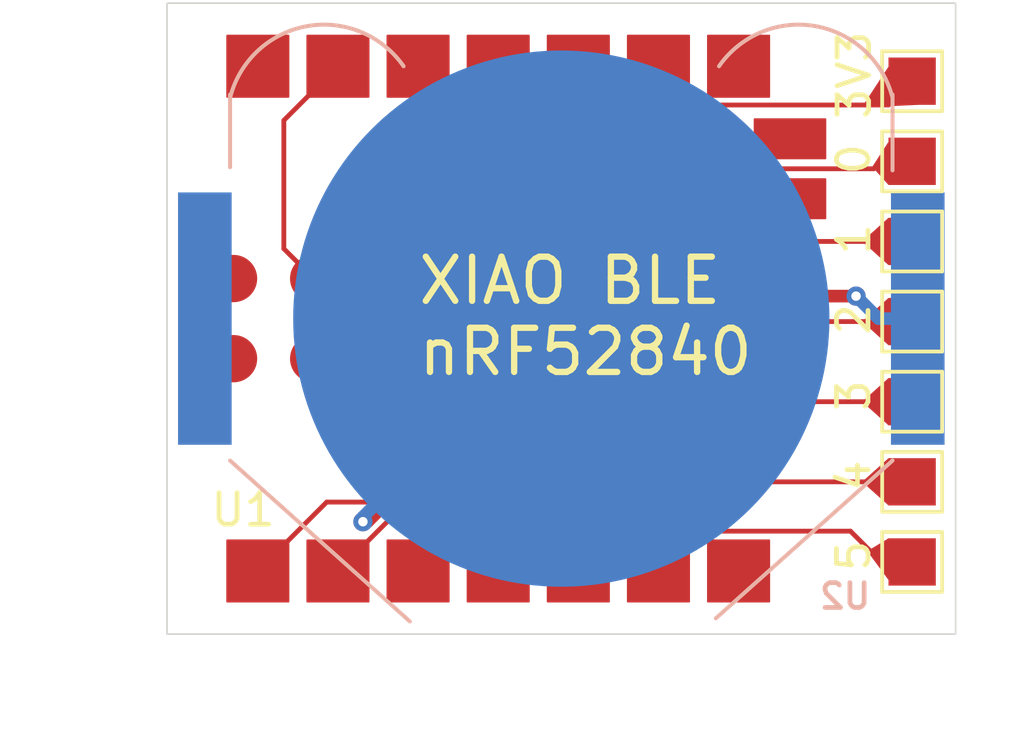
<source format=kicad_pcb>
(kicad_pcb (version 20240108) (generator "pcbnew") (generator_version "8.0")
  (title_block (title "XIAO BLE with CR2032 KEY"))
  (layers (0 "F.Cu" signal) (31 "B.Cu" signal) (34 "B.Paste" user) (35 "F.Paste" user) (36 "B.SilkS" user "B.Silkscreen") (37 "F.SilkS" user "F.Silkscreen") (38 "B.Mask" user) (39 "F.Mask" user) (44 "Edge.Cuts" user))
  (net 0 "")
  (net 1 "GND")
  (net 2 "/3V3")
  (net 4 "VCC")
  (net 8 "Net-(U1-BAT+)")
  (net 9 "Net-(U1-BAT-)")
  (net 16 "Net-(U1-A0{slash}D0)")
  (net 17 "Net-(U1-A1{slash}D1)")
  (net 18 "Net-(U1-A2{slash}D2)")
  (net 19 "Net-(U1-A3{slash}D3)")
  (net 20 "Net-(U1-A4{slash}D4)")
  (net 21 "Net-(U1-A5{slash}D5)")
  (footprint "TestPoint:TestPoint_Pad_1.5x1.5mm" (layer "F.Cu") (at 123.622 95.174)
    (property "Reference" "TP5" (hide yes))
    (property "Value" "TestPoint")
    (fp_line (start -0.95 -0.95) (end 0.95 -0.95) (stroke (width 0.12)) (layer "F.SilkS"))
    (fp_line (start -0.95 0.95) (end -0.95 -0.95) (stroke (width 0.12)) (layer "F.SilkS"))
    (fp_line (start 0.95 -0.95) (end 0.95 0.95) (stroke (width 0.12)) (layer "F.SilkS"))
    (fp_line (start 0.95 0.95) (end -0.95 0.95) (stroke (width 0.12)) (layer "F.SilkS"))
    (pad "1" smd rect (at 0 0) (size 1.5 1.5) (layers "F.Cu" "F.Mask") (net 20 "Net-(U1-A4{slash}D4)"))
  )
  (footprint "TestPoint:TestPoint_Pad_1.5x1.5mm" (layer "F.Cu") (at 123.622 92.634)
    (property "Reference" "TP4" (hide yes))
    (property "Value" "TestPoint")
    (fp_line (start -0.95 -0.95) (end 0.95 -0.95) (stroke (width 0.12)) (layer "F.SilkS"))
    (fp_line (start -0.95 0.95) (end -0.95 -0.95) (stroke (width 0.12)) (layer "F.SilkS"))
    (fp_line (start 0.95 -0.95) (end 0.95 0.95) (stroke (width 0.12)) (layer "F.SilkS"))
    (fp_line (start 0.95 0.95) (end -0.95 0.95) (stroke (width 0.12)) (layer "F.SilkS"))
    (pad "1" smd rect (at 0 0) (size 1.5 1.5) (layers "F.Cu" "F.Mask") (net 19 "Net-(U1-A3{slash}D3)"))
  )
  (footprint "TestPoint:TestPoint_Pad_1.5x1.5mm" (layer "F.Cu") (at 123.622 85.014)
    (property "Reference" "TP1" (hide yes))
    (property "Value" "TestPoint")
    (fp_line (start -0.95 -0.95) (end 0.95 -0.95) (stroke (width 0.12)) (layer "F.SilkS"))
    (fp_line (start -0.95 0.95) (end -0.95 -0.95) (stroke (width 0.12)) (layer "F.SilkS"))
    (fp_line (start 0.95 -0.95) (end 0.95 0.95) (stroke (width 0.12)) (layer "F.SilkS"))
    (fp_line (start 0.95 0.95) (end -0.95 0.95) (stroke (width 0.12)) (layer "F.SilkS"))
    (pad "1" smd rect (at 0 0) (size 1.5 1.5) (layers "F.Cu" "F.Mask") (net 16 "Net-(U1-A0{slash}D0)"))
  )
  (footprint "TestPoint:TestPoint_Pad_1.5x1.5mm" (layer "F.Cu") (at 123.622 97.714)
    (property "Reference" "TP6" (hide yes))
    (property "Value" "TestPoint")
    (fp_line (start -0.95 -0.95) (end 0.95 -0.95) (stroke (width 0.12)) (layer "F.SilkS"))
    (fp_line (start -0.95 0.95) (end -0.95 -0.95) (stroke (width 0.12)) (layer "F.SilkS"))
    (fp_line (start 0.95 -0.95) (end 0.95 0.95) (stroke (width 0.12)) (layer "F.SilkS"))
    (fp_line (start 0.95 0.95) (end -0.95 0.95) (stroke (width 0.12)) (layer "F.SilkS"))
    (pad "1" smd rect (at 0 0) (size 1.5 1.5) (layers "F.Cu" "F.Mask") (net 21 "Net-(U1-A5{slash}D5)"))
  )
  (footprint "TestPoint:TestPoint_Pad_1.5x1.5mm" (layer "F.Cu") (at 123.622 82.474)
    (property "Reference" "TP7" (hide yes))
    (property "Value" "TestPoint")
    (fp_line (start -0.95 -0.95) (end 0.95 -0.95) (stroke (width 0.12)) (layer "F.SilkS"))
    (fp_line (start -0.95 0.95) (end -0.95 -0.95) (stroke (width 0.12)) (layer "F.SilkS"))
    (fp_line (start 0.95 -0.95) (end 0.95 0.95) (stroke (width 0.12)) (layer "F.SilkS"))
    (fp_line (start 0.95 0.95) (end -0.95 0.95) (stroke (width 0.12)) (layer "F.SilkS"))
    (pad "1" smd rect (at 0 0) (size 1.5 1.5) (layers "F.Cu" "F.Mask") (net 2 "/3V3"))
  )
  (footprint "0-My_Parts:XIAO_nRF52840_mini" (layer "F.Cu") (at 110.5 90 90)
    (property "Reference" "U1" (at -6.063 -8.087 180) (layer "F.SilkS"))
    (property "Value" "XIAO_nRF52840")
    (pad "0" smd roundrect (at -8 -7.62 90) (size 2 2) (layers "F.Cu" "F.Paste" "F.Mask") (roundrect_rratio 0.015) (net 16 "Net-(U1-A0{slash}D0)"))
    (pad "1" smd roundrect (at -8 -5.08 90) (size 2 2) (layers "F.Cu" "F.Paste" "F.Mask") (roundrect_rratio 0.015) (net 17 "Net-(U1-A1{slash}D1)"))
    (pad "2" smd roundrect (at -8 -2.54 90) (size 2 2) (layers "F.Cu" "F.Paste" "F.Mask") (roundrect_rratio 0.015) (net 18 "Net-(U1-A2{slash}D2)"))
    (pad "3" smd roundrect (at -8 0 90) (size 2 2) (layers "F.Cu" "F.Paste" "F.Mask") (roundrect_rratio 0.015) (net 19 "Net-(U1-A3{slash}D3)"))
    (pad "3V3" smd roundrect (at 8 -2.54 90) (size 2 2) (layers "F.Cu" "F.Paste" "F.Mask") (roundrect_rratio 0.015) (net 2 "/3V3"))
    (pad "4" smd roundrect (at -8 2.54 90) (size 2 2) (layers "F.Cu" "F.Paste" "F.Mask") (roundrect_rratio 0.015) (net 20 "Net-(U1-A4{slash}D4)"))
    (pad "5" smd roundrect (at -8 5.08 90) (size 2 2) (layers "F.Cu" "F.Paste" "F.Mask") (roundrect_rratio 0.015) (net 21 "Net-(U1-A5{slash}D5)"))
    (pad "6" smd roundrect (at -8 7.62 90) (size 2 2) (layers "F.Cu" "F.Paste" "F.Mask") (roundrect_rratio 0.015))
    (pad "7" smd roundrect (at 8 7.62 90) (size 2 2) (layers "F.Cu" "F.Paste" "F.Mask") (roundrect_rratio 0.015))
    (pad "8" smd roundrect (at 8 5.08 90) (size 2 2) (layers "F.Cu" "F.Paste" "F.Mask") (roundrect_rratio 0.015))
    (pad "9" smd roundrect (at 8 2.54 90) (size 2 2) (layers "F.Cu" "F.Paste" "F.Mask") (roundrect_rratio 0.015))
    (pad "10" smd roundrect (at 8 0 90) (size 2 2) (layers "F.Cu" "F.Paste" "F.Mask") (roundrect_rratio 0.015))
    (pad "BAT_N" smd roundrect (at -4.5 -2.2 90) (size 2.3 1.3) (layers "F.Cu" "F.Paste" "F.Mask") (roundrect_rratio 0.02) (net 9 "Net-(U1-BAT-)"))
    (pad "BAT_P" smd roundrect (at -4.5 -0.3 90) (size 2.3 1.3) (layers "F.Cu" "F.Paste" "F.Mask") (roundrect_rratio 0.02) (net 8 "Net-(U1-BAT+)"))
    (pad "GND" smd roundrect (at 8 -5.08 90) (size 2 2) (layers "F.Cu" "F.Paste" "F.Mask") (roundrect_rratio 0.015) (net 1 "GND"))
    (pad "NFC1" smd roundrect (at 3.8 9.25 90) (size 1.3 2.3) (layers "F.Cu" "F.Paste" "F.Mask") (roundrect_rratio 0.02))
    (pad "NFC2" smd roundrect (at 5.7 9.25 90) (size 1.3 2.3) (layers "F.Cu" "F.Paste" "F.Mask") (roundrect_rratio 0.02))
    (pad "TP1" smd circle (at 1.27 -5.85 90) (size 1.5 1.5) (layers "F.Cu" "F.Paste" "F.Mask") (net 1 "GND"))
    (pad "TP2" smd circle (at -1.27 -5.85 90) (size 1.5 1.5) (layers "F.Cu" "F.Paste" "F.Mask"))
    (pad "TP3" smd circle (at 1.27 -8.39 90) (size 1.5 1.5) (layers "F.Cu" "F.Paste" "F.Mask"))
    (pad "TP5" smd circle (at -1.27 -8.39 90) (size 1.5 1.5) (layers "F.Cu" "F.Paste" "F.Mask"))
    (pad "VUSB" smd roundrect (at 8 -7.62 90) (size 2 2) (layers "F.Cu" "F.Paste" "F.Mask") (roundrect_rratio 0.015) (net 4 "VCC"))
  )
  (footprint "TestPoint:TestPoint_Pad_1.5x1.5mm" (layer "F.Cu") (at 123.622 87.554)
    (property "Reference" "TP2" (hide yes))
    (property "Value" "TestPoint")
    (fp_line (start -0.95 -0.95) (end 0.95 -0.95) (stroke (width 0.12)) (layer "F.SilkS"))
    (fp_line (start -0.95 0.95) (end -0.95 -0.95) (stroke (width 0.12)) (layer "F.SilkS"))
    (fp_line (start 0.95 -0.95) (end 0.95 0.95) (stroke (width 0.12)) (layer "F.SilkS"))
    (fp_line (start 0.95 0.95) (end -0.95 0.95) (stroke (width 0.12)) (layer "F.SilkS"))
    (pad "1" smd rect (at 0 0) (size 1.5 1.5) (layers "F.Cu" "F.Mask") (net 17 "Net-(U1-A1{slash}D1)"))
  )
  (footprint "TestPoint:TestPoint_Pad_1.5x1.5mm" (layer "F.Cu") (at 123.622 90.094)
    (property "Reference" "TP3" (hide yes))
    (property "Value" "TestPoint")
    (fp_line (start -0.95 -0.95) (end 0.95 -0.95) (stroke (width 0.12)) (layer "F.SilkS"))
    (fp_line (start -0.95 0.95) (end -0.95 -0.95) (stroke (width 0.12)) (layer "F.SilkS"))
    (fp_line (start 0.95 -0.95) (end 0.95 0.95) (stroke (width 0.12)) (layer "F.SilkS"))
    (fp_line (start 0.95 0.95) (end -0.95 0.95) (stroke (width 0.12)) (layer "F.SilkS"))
    (pad "1" smd rect (at 0 0) (size 1.5 1.5) (layers "F.Cu" "F.Mask") (net 18 "Net-(U1-A2{slash}D2)"))
  )
  (footprint "0-My_Parts:CR2032_BC-2001_cutting" (layer "B.Cu") (at 112.5 90 180)
    (property "Reference" "U2" (at -9 -8.8 0) (layer "B.SilkS") (effects (font (size 0.787402 0.787402)) (justify mirror)))
    (property "Value" "CR2032_BC-2001")
    (fp_line (start 10.5 7.1) (end 10.5 7) (stroke (width 0.127)) (layer "B.SilkS"))
    (fp_line (start 10.5 4.8) (end 10.5 7.1) (stroke (width 0.127)) (layer "B.SilkS"))
    (fp_line (start 4.8 -9.6) (end 10.5 -4.5) (stroke (width 0.127)) (layer "B.SilkS"))
    (fp_line (start -4.9 -9.5) (end -10.5 -4.5) (stroke (width 0.127)) (layer "B.SilkS"))
    (fp_line (start -10.5 7.05) (end -10.5 4.7) (stroke (width 0.127)) (layer "B.SilkS"))
    (fp_line (start -10.5 7) (end -10.5 7.1) (stroke (width 0.127)) (layer "B.SilkS"))
    (fp_arc (start 10.5 6.999999) (mid 8.071525 9.268383) (end 5 8) (stroke (width 0.127)) (layer "B.SilkS"))
    (fp_arc (start -5 8) (mid -8.071525 9.268384) (end -10.5 6.999999) (stroke (width 0.127)) (layer "B.SilkS"))
    (pad "P$1" smd circle (at 0 0 180) (size 17 17) (layers "B.Cu" "B.Paste" "B.Mask") (net 9 "Net-(U1-BAT-)"))
    (pad "P$2" smd rect (at -11.3 0 180) (size 1.7 8) (layers "B.Cu" "B.Paste" "B.Mask") (net 8 "Net-(U1-BAT+)"))
    (pad "P$3" smd rect (at 11.3 0 180) (size 1.7 8) (layers "B.Cu" "B.Paste" "B.Mask"))
  )
  (gr_rect (start 100 80) (end 125 100) (stroke (width 0.05)) (fill none) (layer "Edge.Cuts"))
  (gr_text "3V3" (at 122.372 83.764 90) (layer "F.SilkS") (effects (font (size 1 1)) (justify left bottom)))
  (gr_text "4" (at 122.352 95.555 90) (layer "F.SilkS") (effects (font (size 1 1)) (justify left bottom)))
  (gr_text "5" (at 122.352 98.095 90) (layer "F.SilkS") (effects (font (size 1 1)) (justify left bottom)))
  (gr_text "2" (at 122.352 90.602 90) (layer "F.SilkS") (effects (font (size 1 1)) (justify left bottom)))
  (gr_text "0" (at 122.352 85.522 90) (layer "F.SilkS") (effects (font (size 1 1)) (justify left bottom)))
  (gr_text "3" (at 122.352 93.015 90) (layer "F.SilkS") (effects (font (size 1 1)) (justify left bottom)))
  (gr_text "XIAO BLE \nnRF52840\n" (at 107.874 91.872 0) (layer "F.SilkS") (effects (font (size 1.4 1.4) (thickness 0.2) (bold yes)) (justify left bottom)))
  (gr_text "1" (at 122.352 88.062 90) (layer "F.SilkS") (effects (font (size 1 1)) (justify left bottom)))
  (segment (start 103.704 83.716) (end 105.42 82) (width 0.1524) (layer "F.Cu") (net 1))
  (segment (start 103.704 87.784) (end 103.704 83.716) (width 0.1524) (layer "F.Cu") (net 1))
  (segment (start 104.65 88.73) (end 103.704 87.784) (width 0.1524) (layer "F.Cu") (net 1))
  (segment (start 122.8674 83.2286) (end 109.1886 83.2286) (width 0.1524) (layer "F.Cu") (net 2))
  (segment (start 123.622 82.474) (end 122.8674 83.2286) (width 0.1524) (layer "F.Cu") (net 2))
  (segment (start 109.1886 83.2286) (end 107.96 82) (width 0.1524) (layer "F.Cu") (net 2))
  (segment (start 115.4127 89.2873) (end 121.844 89.2873) (width 0.4) (layer "F.Cu") (net 8))
  (segment (start 110.2 94.5) (end 115.4127 89.2873) (width 0.4) (layer "F.Cu") (net 8))
  (via (at 121.844 89.2873) (size 0.6096) (drill 0.3) (layers "F.Cu" "B.Cu") (net 8))
  (segment (start 123.8 90) (end 122.5567 90) (width 0.4) (layer "B.Cu") (net 8))
  (segment (start 122.5567 90) (end 121.844 89.2873) (width 0.4) (layer "B.Cu") (net 8))
  (segment (start 106.2113 96.4387) (end 106.3613 96.4387) (width 0.4) (layer "F.Cu") (net 9))
  (segment (start 106.3613 96.4387) (end 108.3 94.5) (width 0.4) (layer "F.Cu") (net 9))
  (via (at 106.2113 96.4387) (size 0.6096) (drill 0.3) (layers "F.Cu" "B.Cu") (net 9))
  (segment (start 106.2113 96.2887) (end 106.2113 96.4387) (width 0.4) (layer "B.Cu") (net 9))
  (segment (start 112.5 90) (end 106.2113 96.2887) (width 0.4) (layer "B.Cu") (net 9))
  (segment (start 115.4016 85.25) (end 122.4057 85.25) (width 0.1524) (layer "F.Cu") (net 16))
  (segment (start 106.3327 95.8162) (end 107.3984 94.7505) (width 0.1524) (layer "F.Cu") (net 16))
  (segment (start 102.88 98) (end 105.0638 95.8162) (width 0.1524) (layer "F.Cu") (net 16))
  (segment (start 122.6417 85.014) (end 123.622 85.014) (width 0.1524) (layer "F.Cu") (net 16))
  (segment (start 122.4057 85.25) (end 122.6417 85.014) (width 0.1524) (layer "F.Cu") (net 16))
  (segment (start 107.3984 94.7505) (end 107.3984 93.2532) (width 0.1524) (layer "F.Cu") (net 16))
  (segment (start 107.3984 93.2532) (end 115.4016 85.25) (width 0.1524) (layer "F.Cu") (net 16))
  (segment (start 105.0638 95.8162) (end 106.3327 95.8162) (width 0.1524) (layer "F.Cu") (net 16))
  (segment (start 107.2988 96.1212) (end 108.8842 96.1212) (width 0.1524) (layer "F.Cu") (net 17))
  (segment (start 109.25 93.3302) (end 115.0262 87.554) (width 0.1524) (layer "F.Cu") (net 17))
  (segment (start 105.42 98) (end 107.2988 96.1212) (width 0.1524) (layer "F.Cu") (net 17))
  (segment (start 108.8842 96.1212) (end 109.25 95.7554) (width 0.1524) (layer "F.Cu") (net 17))
  (segment (start 115.0262 87.554) (end 123.622 87.554) (width 0.1524) (layer "F.Cu") (net 17))
  (segment (start 109.25 95.7554) (end 109.25 93.3302) (width 0.1524) (layer "F.Cu") (net 17))
  (segment (start 110.0796 95.8804) (end 111.3636 95.8804) (width 0.1524) (layer "F.Cu") (net 18))
  (segment (start 111.3636 95.8804) (end 117.15 90.094) (width 0.1524) (layer "F.Cu") (net 18))
  (segment (start 117.15 90.094) (end 123.622 90.094) (width 0.1524) (layer "F.Cu") (net 18))
  (segment (start 107.96 98) (end 110.0796 95.8804) (width 0.1524) (layer "F.Cu") (net 18))
  (segment (start 110.5 98) (end 115.866 92.634) (width 0.1524) (layer "F.Cu") (net 19))
  (segment (start 115.866 92.634) (end 123.622 92.634) (width 0.1524) (layer "F.Cu") (net 19))
  (segment (start 113.04 98) (end 115.866 95.174) (width 0.1524) (layer "F.Cu") (net 20))
  (segment (start 115.866 95.174) (end 123.622 95.174) (width 0.1524) (layer "F.Cu") (net 20))
  (segment (start 116.8418 96.7382) (end 121.6659 96.7382) (width 0.1524) (layer "F.Cu") (net 21))
  (segment (start 121.6659 96.7382) (end 122.6417 97.714) (width 0.1524) (layer "F.Cu") (net 21))
  (segment (start 115.58 98) (end 116.8418 96.7382) (width 0.1524) (layer "F.Cu") (net 21))
  (segment (start 123.622 97.714) (end 122.6417 97.714) (width 0.1524) (layer "F.Cu") (net 21))
)
</source>
